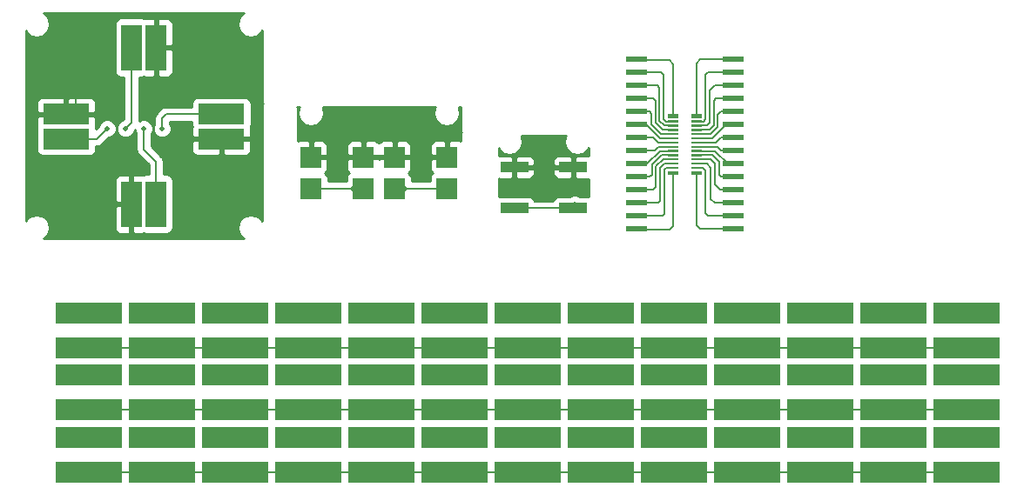
<source format=gbr>
G04 #@! TF.FileFunction,Copper,L1,Top,Signal*
%FSLAX46Y46*%
G04 Gerber Fmt 4.6, Leading zero omitted, Abs format (unit mm)*
G04 Created by KiCad (PCBNEW 4.0.5+dfsg1-4) date Thu Oct 18 11:42:42 2018*
%MOMM*%
%LPD*%
G01*
G04 APERTURE LIST*
%ADD10C,0.100000*%
%ADD11R,4.500000X2.000000*%
%ADD12R,2.000000X4.500000*%
%ADD13R,2.000000X2.000000*%
%ADD14R,2.750000X1.000000*%
%ADD15R,2.000000X0.600000*%
%ADD16R,6.500000X2.000000*%
%ADD17C,0.500000*%
%ADD18C,0.200000*%
%ADD19C,0.254000*%
G04 APERTURE END LIST*
D10*
D11*
X76136500Y-121151500D03*
X76136500Y-118751500D03*
X61023500Y-121151500D03*
X61023500Y-118751500D03*
D12*
X67380000Y-127508000D03*
X69780000Y-127508000D03*
X69780000Y-112268000D03*
X67380000Y-112268000D03*
D13*
X84836000Y-122936000D03*
X84836000Y-125984000D03*
X89916000Y-125984000D03*
X89916000Y-122936000D03*
X98044000Y-122936000D03*
X98044000Y-125984000D03*
X92964000Y-125984000D03*
X92964000Y-122936000D03*
D14*
X110345000Y-123902000D03*
X104595000Y-123902000D03*
X104595000Y-127902000D03*
X110345000Y-127902000D03*
D15*
X116458000Y-113411000D03*
X116458000Y-114681000D03*
X116458000Y-115951000D03*
X116458000Y-117221000D03*
X116458000Y-118491000D03*
X116458000Y-119761000D03*
X116458000Y-121031000D03*
X116458000Y-122301000D03*
X116458000Y-123571000D03*
X116458000Y-124841000D03*
X116458000Y-126111000D03*
X116458000Y-127381000D03*
X116458000Y-128651000D03*
X116458000Y-129921000D03*
X125858000Y-129921000D03*
X125858000Y-128651000D03*
X125858000Y-127381000D03*
X125858000Y-126111000D03*
X125858000Y-124841000D03*
X125858000Y-123571000D03*
X125858000Y-122301000D03*
X125858000Y-121031000D03*
X125858000Y-119761000D03*
X125858000Y-118491000D03*
X125858000Y-117221000D03*
X125858000Y-115951000D03*
X125858000Y-114681000D03*
X125858000Y-113411000D03*
D10*
G36*
X122801000Y-124680000D02*
X121801000Y-124680000D01*
X121801000Y-124280000D01*
X122801000Y-124280000D01*
X122801000Y-124680000D01*
X122801000Y-124680000D01*
G37*
G36*
X122801000Y-124070000D02*
X121801000Y-124070000D01*
X121801000Y-123870000D01*
X122801000Y-123870000D01*
X122801000Y-124070000D01*
X122801000Y-124070000D01*
G37*
G36*
X122801000Y-123660000D02*
X121801000Y-123660000D01*
X121801000Y-123460000D01*
X122801000Y-123460000D01*
X122801000Y-123660000D01*
X122801000Y-123660000D01*
G37*
G36*
X122801000Y-123250000D02*
X121801000Y-123250000D01*
X121801000Y-123050000D01*
X122801000Y-123050000D01*
X122801000Y-123250000D01*
X122801000Y-123250000D01*
G37*
G36*
X122801000Y-122840000D02*
X121801000Y-122840000D01*
X121801000Y-122640000D01*
X122801000Y-122640000D01*
X122801000Y-122840000D01*
X122801000Y-122840000D01*
G37*
G36*
X122801000Y-122430000D02*
X121801000Y-122430000D01*
X121801000Y-122230000D01*
X122801000Y-122230000D01*
X122801000Y-122430000D01*
X122801000Y-122430000D01*
G37*
G36*
X122801000Y-122020000D02*
X121801000Y-122020000D01*
X121801000Y-121820000D01*
X122801000Y-121820000D01*
X122801000Y-122020000D01*
X122801000Y-122020000D01*
G37*
G36*
X122801000Y-121610000D02*
X121801000Y-121610000D01*
X121801000Y-121410000D01*
X122801000Y-121410000D01*
X122801000Y-121610000D01*
X122801000Y-121610000D01*
G37*
G36*
X122801000Y-121200000D02*
X121801000Y-121200000D01*
X121801000Y-121000000D01*
X122801000Y-121000000D01*
X122801000Y-121200000D01*
X122801000Y-121200000D01*
G37*
G36*
X122801000Y-120790000D02*
X121801000Y-120790000D01*
X121801000Y-120590000D01*
X122801000Y-120590000D01*
X122801000Y-120790000D01*
X122801000Y-120790000D01*
G37*
G36*
X122801000Y-120380000D02*
X121801000Y-120380000D01*
X121801000Y-120180000D01*
X122801000Y-120180000D01*
X122801000Y-120380000D01*
X122801000Y-120380000D01*
G37*
G36*
X122801000Y-119970000D02*
X121801000Y-119970000D01*
X121801000Y-119770000D01*
X122801000Y-119770000D01*
X122801000Y-119970000D01*
X122801000Y-119970000D01*
G37*
G36*
X122801000Y-119560000D02*
X121801000Y-119560000D01*
X121801000Y-119360000D01*
X122801000Y-119360000D01*
X122801000Y-119560000D01*
X122801000Y-119560000D01*
G37*
G36*
X122801000Y-119150000D02*
X121801000Y-119150000D01*
X121801000Y-118750000D01*
X122801000Y-118750000D01*
X122801000Y-119150000D01*
X122801000Y-119150000D01*
G37*
G36*
X120515000Y-124680000D02*
X119515000Y-124680000D01*
X119515000Y-124280000D01*
X120515000Y-124280000D01*
X120515000Y-124680000D01*
X120515000Y-124680000D01*
G37*
G36*
X120515000Y-124070000D02*
X119515000Y-124070000D01*
X119515000Y-123870000D01*
X120515000Y-123870000D01*
X120515000Y-124070000D01*
X120515000Y-124070000D01*
G37*
G36*
X120515000Y-123660000D02*
X119515000Y-123660000D01*
X119515000Y-123460000D01*
X120515000Y-123460000D01*
X120515000Y-123660000D01*
X120515000Y-123660000D01*
G37*
G36*
X120515000Y-123250000D02*
X119515000Y-123250000D01*
X119515000Y-123050000D01*
X120515000Y-123050000D01*
X120515000Y-123250000D01*
X120515000Y-123250000D01*
G37*
G36*
X120515000Y-122840000D02*
X119515000Y-122840000D01*
X119515000Y-122640000D01*
X120515000Y-122640000D01*
X120515000Y-122840000D01*
X120515000Y-122840000D01*
G37*
G36*
X120515000Y-122430000D02*
X119515000Y-122430000D01*
X119515000Y-122230000D01*
X120515000Y-122230000D01*
X120515000Y-122430000D01*
X120515000Y-122430000D01*
G37*
G36*
X120515000Y-122020000D02*
X119515000Y-122020000D01*
X119515000Y-121820000D01*
X120515000Y-121820000D01*
X120515000Y-122020000D01*
X120515000Y-122020000D01*
G37*
G36*
X120515000Y-121610000D02*
X119515000Y-121610000D01*
X119515000Y-121410000D01*
X120515000Y-121410000D01*
X120515000Y-121610000D01*
X120515000Y-121610000D01*
G37*
G36*
X120515000Y-121200000D02*
X119515000Y-121200000D01*
X119515000Y-121000000D01*
X120515000Y-121000000D01*
X120515000Y-121200000D01*
X120515000Y-121200000D01*
G37*
G36*
X120515000Y-120790000D02*
X119515000Y-120790000D01*
X119515000Y-120590000D01*
X120515000Y-120590000D01*
X120515000Y-120790000D01*
X120515000Y-120790000D01*
G37*
G36*
X120515000Y-120380000D02*
X119515000Y-120380000D01*
X119515000Y-120180000D01*
X120515000Y-120180000D01*
X120515000Y-120380000D01*
X120515000Y-120380000D01*
G37*
G36*
X120515000Y-119970000D02*
X119515000Y-119970000D01*
X119515000Y-119770000D01*
X120515000Y-119770000D01*
X120515000Y-119970000D01*
X120515000Y-119970000D01*
G37*
G36*
X120515000Y-119560000D02*
X119515000Y-119560000D01*
X119515000Y-119360000D01*
X120515000Y-119360000D01*
X120515000Y-119560000D01*
X120515000Y-119560000D01*
G37*
G36*
X120515000Y-119150000D02*
X119515000Y-119150000D01*
X119515000Y-118750000D01*
X120515000Y-118750000D01*
X120515000Y-119150000D01*
X120515000Y-119150000D01*
G37*
D16*
X120142000Y-153582000D03*
X120142000Y-150222000D03*
X148590000Y-150222000D03*
X148590000Y-153582000D03*
X134366000Y-150222000D03*
X134366000Y-153582000D03*
X141478000Y-153582000D03*
X141478000Y-150222000D03*
X127254000Y-150222000D03*
X127254000Y-153582000D03*
X91694000Y-153582000D03*
X91694000Y-150222000D03*
X105918000Y-150222000D03*
X105918000Y-153582000D03*
X98806000Y-153582000D03*
X98806000Y-150222000D03*
X113030000Y-153582000D03*
X113030000Y-150222000D03*
X84582000Y-150222000D03*
X84582000Y-153582000D03*
X70358000Y-150222000D03*
X70358000Y-153582000D03*
X77470000Y-153582000D03*
X77470000Y-150222000D03*
X63246000Y-150222000D03*
X63246000Y-153582000D03*
X63246000Y-147486000D03*
X63246000Y-144126000D03*
X77470000Y-144126000D03*
X77470000Y-147486000D03*
X70358000Y-147486000D03*
X70358000Y-144126000D03*
X84582000Y-147486000D03*
X84582000Y-144126000D03*
X113030000Y-144126000D03*
X113030000Y-147486000D03*
X98806000Y-144126000D03*
X98806000Y-147486000D03*
X105918000Y-147486000D03*
X105918000Y-144126000D03*
X91694000Y-144126000D03*
X91694000Y-147486000D03*
X127254000Y-147486000D03*
X127254000Y-144126000D03*
X141478000Y-144126000D03*
X141478000Y-147486000D03*
X134366000Y-147486000D03*
X134366000Y-144126000D03*
X148590000Y-147486000D03*
X148590000Y-144126000D03*
X120142000Y-144126000D03*
X120142000Y-147486000D03*
X120142000Y-141517000D03*
X120142000Y-138157000D03*
X148590000Y-138157000D03*
X148590000Y-141517000D03*
X134366000Y-138157000D03*
X134366000Y-141517000D03*
X141478000Y-141517000D03*
X141478000Y-138157000D03*
X127254000Y-138157000D03*
X127254000Y-141517000D03*
X91694000Y-141517000D03*
X91694000Y-138157000D03*
X105918000Y-138157000D03*
X105918000Y-141517000D03*
X98806000Y-141517000D03*
X98806000Y-138157000D03*
X113030000Y-141517000D03*
X113030000Y-138157000D03*
X84582000Y-138157000D03*
X84582000Y-141517000D03*
X70358000Y-138157000D03*
X70358000Y-141517000D03*
X77470000Y-141517000D03*
X77470000Y-138157000D03*
X63246000Y-138157000D03*
X63246000Y-141517000D03*
D17*
X65024000Y-120142000D03*
X68580000Y-120142000D03*
X66802000Y-120142000D03*
X70358000Y-120142000D03*
X72136000Y-120142000D03*
X91440000Y-122936000D03*
X88900000Y-125984000D03*
X93980000Y-125984000D03*
X104648000Y-124206000D03*
X110490000Y-127508000D03*
X116458000Y-113411000D03*
X116458000Y-114681000D03*
X116458000Y-115951000D03*
X116458000Y-117221000D03*
X116458000Y-118491000D03*
X116458000Y-119761000D03*
X116458000Y-121031000D03*
X116458000Y-122301000D03*
X116458000Y-123571000D03*
X116458000Y-124841000D03*
X116458000Y-126111000D03*
X116458000Y-127381000D03*
X116458000Y-128651000D03*
X116458000Y-129921000D03*
X125858000Y-129921000D03*
X125858000Y-128651000D03*
X125858000Y-127381000D03*
X125858000Y-126111000D03*
X125858000Y-124841000D03*
X125858000Y-123571000D03*
X125858000Y-122301000D03*
X125858000Y-121031000D03*
X125858000Y-119761000D03*
X125858000Y-118491000D03*
X125858000Y-117221000D03*
X125858000Y-115951000D03*
X125858000Y-114681000D03*
X125858000Y-113411000D03*
X63246000Y-153582000D03*
X120142000Y-138157000D03*
X120142000Y-150222000D03*
X120142000Y-144272000D03*
X120142000Y-144126000D03*
X120142000Y-138176000D03*
X148590000Y-138157000D03*
X148590000Y-150222000D03*
X148590000Y-144272000D03*
X148590000Y-144126000D03*
X148590000Y-138176000D03*
X134366000Y-150222000D03*
X134366000Y-144272000D03*
X134366000Y-144126000D03*
X134366000Y-138176000D03*
X134366000Y-138157000D03*
X141478000Y-138157000D03*
X141478000Y-150222000D03*
X141478000Y-144272000D03*
X141478000Y-144126000D03*
X141478000Y-138176000D03*
X127254000Y-138157000D03*
X127254000Y-150222000D03*
X127254000Y-144272000D03*
X127254000Y-144126000D03*
X127254000Y-138176000D03*
X91694000Y-138157000D03*
X91694000Y-150222000D03*
X91694000Y-144272000D03*
X91694000Y-144126000D03*
X91694000Y-138176000D03*
X105918000Y-138157000D03*
X105918000Y-150222000D03*
X105918000Y-144272000D03*
X105918000Y-144126000D03*
X105918000Y-138176000D03*
X98806000Y-138157000D03*
X98806000Y-150222000D03*
X98806000Y-144272000D03*
X98806000Y-144126000D03*
X98806000Y-138176000D03*
X113030000Y-138157000D03*
X113030000Y-150222000D03*
X113030000Y-144272000D03*
X113030000Y-144126000D03*
X113030000Y-138176000D03*
X84582000Y-138157000D03*
X84582000Y-150222000D03*
X84582000Y-144272000D03*
X84582000Y-144126000D03*
X84582000Y-138176000D03*
X70358000Y-138157000D03*
X70358000Y-150222000D03*
X70358000Y-144272000D03*
X70358000Y-144126000D03*
X70358000Y-138176000D03*
X77470000Y-138157000D03*
X77470000Y-150222000D03*
X77470000Y-144272000D03*
X77470000Y-144126000D03*
X77470000Y-138176000D03*
X63246000Y-138157000D03*
X63246000Y-150222000D03*
X63246000Y-144272000D03*
X63246000Y-144126000D03*
X63246000Y-138176000D03*
D18*
X61023500Y-121151500D02*
X64014500Y-121151500D01*
X64014500Y-121151500D02*
X65024000Y-120142000D01*
X69780000Y-127508000D02*
X69780000Y-123374000D01*
X68580000Y-122174000D02*
X68580000Y-120142000D01*
X69780000Y-123374000D02*
X68580000Y-122174000D01*
X67380000Y-112268000D02*
X67380000Y-119564000D01*
X67380000Y-119564000D02*
X66802000Y-120142000D01*
X76136500Y-118751500D02*
X70732500Y-118751500D01*
X70358000Y-119126000D02*
X70358000Y-120142000D01*
X70732500Y-118751500D02*
X70358000Y-119126000D01*
X67380000Y-127508000D02*
X59182000Y-127508000D01*
X57537500Y-118751500D02*
X61023500Y-118751500D01*
X57404000Y-118618000D02*
X57537500Y-118751500D01*
X57404000Y-125730000D02*
X57404000Y-118618000D01*
X59182000Y-127508000D02*
X57404000Y-125730000D01*
X61023500Y-118751500D02*
X61976000Y-117799000D01*
X61976000Y-117799000D02*
X61976000Y-110236000D01*
X61976000Y-110236000D02*
X63246000Y-108966000D01*
X63246000Y-108966000D02*
X69596000Y-108966000D01*
X69596000Y-108966000D02*
X69780000Y-109150000D01*
X69780000Y-109150000D02*
X69780000Y-112268000D01*
X76136500Y-121151500D02*
X76136500Y-130365500D01*
X67380000Y-130372000D02*
X67380000Y-127508000D01*
X67818000Y-130810000D02*
X67380000Y-130372000D01*
X75692000Y-130810000D02*
X67818000Y-130810000D01*
X76136500Y-130365500D02*
X75692000Y-130810000D01*
X76136500Y-121151500D02*
X73145500Y-121151500D01*
X73145500Y-121151500D02*
X72136000Y-120142000D01*
X84836000Y-122936000D02*
X89916000Y-122936000D01*
X89916000Y-122936000D02*
X91440000Y-122936000D01*
X91440000Y-122936000D02*
X92964000Y-122936000D01*
X92964000Y-122936000D02*
X98044000Y-122936000D01*
X84836000Y-125984000D02*
X88900000Y-125984000D01*
X88900000Y-125984000D02*
X89916000Y-125984000D01*
X89916000Y-125984000D02*
X89662000Y-126238000D01*
X92964000Y-125984000D02*
X93980000Y-125984000D01*
X93980000Y-125984000D02*
X98044000Y-125984000D01*
X93218000Y-126238000D02*
X93472000Y-125984000D01*
X104648000Y-124206000D02*
X104595000Y-124153000D01*
X104595000Y-124153000D02*
X104595000Y-123902000D01*
X104595000Y-123902000D02*
X110345000Y-123902000D01*
X110490000Y-127508000D02*
X110345000Y-127653000D01*
X110345000Y-127653000D02*
X110345000Y-127902000D01*
X104595000Y-127902000D02*
X110345000Y-127902000D01*
X120046750Y-113887250D02*
X119665750Y-113506250D01*
X120046750Y-118947250D02*
X120046750Y-113887250D01*
X119665750Y-113506250D02*
X116489750Y-113506250D01*
X120015000Y-119460000D02*
X119383752Y-119460000D01*
X119383752Y-119460000D02*
X119126000Y-119202248D01*
X119126000Y-119202248D02*
X119126000Y-114935000D01*
X119126000Y-114935000D02*
X118872000Y-114681000D01*
X118872000Y-114681000D02*
X116458000Y-114681000D01*
X120015000Y-119870000D02*
X119203250Y-119870000D01*
X119203250Y-119870000D02*
X118725998Y-119392748D01*
X118725998Y-119392748D02*
X118725998Y-116185998D01*
X118725998Y-116185998D02*
X118491000Y-115951000D01*
X118491000Y-115951000D02*
X116458000Y-115951000D01*
X120015000Y-120280000D02*
X119047562Y-120280000D01*
X119047562Y-120280000D02*
X118325996Y-119558434D01*
X118325996Y-119558434D02*
X118325996Y-117436996D01*
X118325996Y-117436996D02*
X118110000Y-117221000D01*
X118110000Y-117221000D02*
X116458000Y-117221000D01*
X120015000Y-120690000D02*
X118891874Y-120690000D01*
X118891874Y-120690000D02*
X117925994Y-119724120D01*
X117925994Y-119724120D02*
X117925994Y-118687994D01*
X117925994Y-118687994D02*
X117729000Y-118491000D01*
X117729000Y-118491000D02*
X116458000Y-118491000D01*
X120015000Y-121100000D02*
X118736186Y-121100000D01*
X118736186Y-121100000D02*
X117397186Y-119761000D01*
X117397186Y-119761000D02*
X116458000Y-119761000D01*
X116998750Y-119856250D02*
X116489750Y-119856250D01*
X120015000Y-121510000D02*
X118580498Y-121510000D01*
X118580498Y-121510000D02*
X118101498Y-121031000D01*
X118101498Y-121031000D02*
X116458000Y-121031000D01*
X120015000Y-121920000D02*
X118615310Y-121920000D01*
X118234310Y-122301000D02*
X116458000Y-122301000D01*
X118615310Y-121920000D02*
X118234310Y-122301000D01*
X120015000Y-122330000D02*
X118770998Y-122330000D01*
X117529998Y-123571000D02*
X116458000Y-123571000D01*
X117125750Y-123666250D02*
X116489750Y-123666250D01*
X118770998Y-122330000D02*
X117529998Y-123571000D01*
X120015000Y-122740000D02*
X118926686Y-122740000D01*
X118926686Y-122740000D02*
X117989494Y-123677192D01*
X117792500Y-124841000D02*
X116458000Y-124841000D01*
X117989494Y-124644006D02*
X117792500Y-124841000D01*
X117989494Y-123677192D02*
X117989494Y-124644006D01*
X120015000Y-123150000D02*
X119082374Y-123150000D01*
X119082374Y-123150000D02*
X118389496Y-123842878D01*
X118110000Y-126111000D02*
X116458000Y-126111000D01*
X118389496Y-125831504D02*
X118110000Y-126111000D01*
X118389496Y-123842878D02*
X118389496Y-125831504D01*
X120015000Y-123560000D02*
X119238062Y-123560000D01*
X119238062Y-123560000D02*
X118789498Y-124008564D01*
X118618000Y-127381000D02*
X116458000Y-127381000D01*
X118789498Y-127209502D02*
X118618000Y-127381000D01*
X118789498Y-124008564D02*
X118789498Y-127209502D01*
X120015000Y-123970000D02*
X119393750Y-123970000D01*
X119393750Y-123970000D02*
X119189500Y-124174250D01*
X118999000Y-128651000D02*
X116458000Y-128651000D01*
X119189500Y-128460500D02*
X118999000Y-128651000D01*
X119189500Y-124174250D02*
X119189500Y-128460500D01*
X120046750Y-124477250D02*
X120046750Y-129635250D01*
X119665750Y-130016250D02*
X116489750Y-130016250D01*
X120046750Y-129635250D02*
X119665750Y-130016250D01*
X122682000Y-129921000D02*
X125858000Y-129921000D01*
X122301000Y-124480000D02*
X122301000Y-129540000D01*
X122301000Y-129540000D02*
X122682000Y-129921000D01*
X123444000Y-128651000D02*
X125858000Y-128651000D01*
X123190000Y-128397000D02*
X123444000Y-128651000D01*
X122301000Y-123970000D02*
X122954000Y-123970000D01*
X122954000Y-123970000D02*
X123190000Y-124206000D01*
X123190000Y-124206000D02*
X123190000Y-128397000D01*
X124079000Y-127381000D02*
X125858000Y-127381000D01*
X123698000Y-127000000D02*
X124079000Y-127381000D01*
X122301000Y-123560000D02*
X123306000Y-123560000D01*
X123306000Y-123560000D02*
X123698000Y-123952000D01*
X123698000Y-123952000D02*
X123698000Y-127000000D01*
X124587000Y-126111000D02*
X125858000Y-126111000D01*
X124098002Y-125622002D02*
X124587000Y-126111000D01*
X122301000Y-123150000D02*
X123658000Y-123150000D01*
X123658000Y-123150000D02*
X124098002Y-123590002D01*
X124098002Y-123590002D02*
X124098002Y-125622002D01*
X124714000Y-124841000D02*
X125858000Y-124841000D01*
X124498004Y-124625004D02*
X124714000Y-124841000D01*
X122301000Y-122740000D02*
X123883000Y-122740000D01*
X123883000Y-122740000D02*
X124498004Y-123355004D01*
X124498004Y-123355004D02*
X124498004Y-124625004D01*
X124108000Y-122330000D02*
X125349000Y-123571000D01*
X125349000Y-123571000D02*
X125858000Y-123571000D01*
X122301000Y-122330000D02*
X124108000Y-122330000D01*
X124714000Y-122301000D02*
X125858000Y-122301000D01*
X122301000Y-121920000D02*
X124333000Y-121920000D01*
X124333000Y-121920000D02*
X124714000Y-122301000D01*
X124714000Y-121031000D02*
X125858000Y-121031000D01*
X124235000Y-121510000D02*
X124714000Y-121031000D01*
X122301000Y-121510000D02*
X124235000Y-121510000D01*
X123883000Y-121100000D02*
X125222000Y-119761000D01*
X125222000Y-119761000D02*
X125858000Y-119761000D01*
X122301000Y-121100000D02*
X123883000Y-121100000D01*
X124714000Y-118491000D02*
X125858000Y-118491000D01*
X124390006Y-118814994D02*
X124714000Y-118491000D01*
X124390006Y-120015682D02*
X124390006Y-118814994D01*
X123715688Y-120690000D02*
X124390006Y-120015682D01*
X122301000Y-120690000D02*
X123715688Y-120690000D01*
X124206000Y-117221000D02*
X125858000Y-117221000D01*
X123990004Y-117436996D02*
X124206000Y-117221000D01*
X123990004Y-119849996D02*
X123990004Y-117436996D01*
X123560000Y-120280000D02*
X123990004Y-119849996D01*
X122301000Y-120280000D02*
X123560000Y-120280000D01*
X124079000Y-115951000D02*
X125858000Y-115951000D01*
X123590002Y-116439998D02*
X124079000Y-115951000D01*
X123590002Y-119614998D02*
X123590002Y-116439998D01*
X123335000Y-119870000D02*
X123590002Y-119614998D01*
X122301000Y-119870000D02*
X123335000Y-119870000D01*
X123444000Y-114681000D02*
X125858000Y-114681000D01*
X123190000Y-114935000D02*
X123444000Y-114681000D01*
X123190000Y-119253000D02*
X123190000Y-114935000D01*
X122983000Y-119460000D02*
X123190000Y-119253000D01*
X122301000Y-119460000D02*
X122983000Y-119460000D01*
X122682000Y-113411000D02*
X125858000Y-113411000D01*
X122301000Y-113792000D02*
X122682000Y-113411000D01*
X122301000Y-118950000D02*
X122301000Y-113792000D01*
X63246000Y-153582000D02*
X70358000Y-153582000D01*
X70358000Y-153582000D02*
X77470000Y-153582000D01*
X77470000Y-153582000D02*
X84582000Y-153582000D01*
X84582000Y-153582000D02*
X91694000Y-153582000D01*
X91694000Y-153582000D02*
X98806000Y-153582000D01*
X98806000Y-153582000D02*
X105918000Y-153582000D01*
X105918000Y-153582000D02*
X113030000Y-153582000D01*
X113030000Y-153582000D02*
X120142000Y-153582000D01*
X120142000Y-153582000D02*
X127254000Y-153582000D01*
X127254000Y-153582000D02*
X134366000Y-153582000D01*
X134366000Y-153582000D02*
X141478000Y-153582000D01*
X141478000Y-153582000D02*
X148590000Y-153582000D01*
X120142000Y-144126000D02*
X120142000Y-144272000D01*
X120142000Y-138176000D02*
X120142000Y-138157000D01*
X148590000Y-144126000D02*
X148590000Y-144272000D01*
X148590000Y-138176000D02*
X148590000Y-138157000D01*
X134366000Y-144126000D02*
X134366000Y-144272000D01*
X134366000Y-138176000D02*
X134366000Y-138157000D01*
X141478000Y-144126000D02*
X141478000Y-144272000D01*
X141478000Y-138176000D02*
X141478000Y-138157000D01*
X127254000Y-144126000D02*
X127254000Y-144272000D01*
X127254000Y-138176000D02*
X127254000Y-138157000D01*
X91694000Y-144126000D02*
X91694000Y-144272000D01*
X91694000Y-138176000D02*
X91694000Y-138157000D01*
X105918000Y-144126000D02*
X105918000Y-144272000D01*
X105918000Y-138176000D02*
X105918000Y-138157000D01*
X98806000Y-144126000D02*
X98806000Y-144272000D01*
X98806000Y-138176000D02*
X98806000Y-138157000D01*
X113030000Y-144126000D02*
X113030000Y-144272000D01*
X113030000Y-138176000D02*
X113030000Y-138157000D01*
X84582000Y-144126000D02*
X84582000Y-144272000D01*
X84582000Y-138176000D02*
X84582000Y-138157000D01*
X70358000Y-144126000D02*
X70358000Y-144272000D01*
X70358000Y-138176000D02*
X70358000Y-138157000D01*
X77470000Y-144126000D02*
X77470000Y-144272000D01*
X77470000Y-138176000D02*
X77470000Y-138157000D01*
X63246000Y-144126000D02*
X63246000Y-144272000D01*
X63246000Y-138176000D02*
X63246000Y-138157000D01*
X148590000Y-147486000D02*
X141478000Y-147486000D01*
X141478000Y-147486000D02*
X134366000Y-147486000D01*
X134366000Y-147486000D02*
X127254000Y-147486000D01*
X127254000Y-147486000D02*
X120142000Y-147486000D01*
X120142000Y-147486000D02*
X113030000Y-147486000D01*
X113030000Y-147486000D02*
X105918000Y-147486000D01*
X105918000Y-147486000D02*
X98806000Y-147486000D01*
X98806000Y-147486000D02*
X91694000Y-147486000D01*
X91694000Y-147486000D02*
X84582000Y-147486000D01*
X84582000Y-147486000D02*
X77470000Y-147486000D01*
X77470000Y-147486000D02*
X70358000Y-147486000D01*
X70358000Y-147486000D02*
X63246000Y-147486000D01*
X63246000Y-141517000D02*
X70358000Y-141517000D01*
X70358000Y-141517000D02*
X77470000Y-141517000D01*
X77470000Y-141517000D02*
X84582000Y-141517000D01*
X84582000Y-141517000D02*
X91694000Y-141517000D01*
X91694000Y-141517000D02*
X98806000Y-141517000D01*
X98806000Y-141517000D02*
X105918000Y-141517000D01*
X105918000Y-141517000D02*
X113030000Y-141517000D01*
X113030000Y-141517000D02*
X120142000Y-141517000D01*
X120142000Y-141517000D02*
X127254000Y-141517000D01*
X127254000Y-141517000D02*
X134366000Y-141517000D01*
X134366000Y-141517000D02*
X141478000Y-141517000D01*
X141478000Y-141517000D02*
X148590000Y-141517000D01*
D19*
G36*
X83655318Y-118128945D02*
X83558039Y-118618000D01*
X83655318Y-119107055D01*
X83932345Y-119521655D01*
X84346945Y-119798682D01*
X84836000Y-119895961D01*
X85325055Y-119798682D01*
X85739655Y-119521655D01*
X86016682Y-119107055D01*
X86113961Y-118618000D01*
X86016682Y-118128945D01*
X85969278Y-118058000D01*
X96910722Y-118058000D01*
X96863318Y-118128945D01*
X96766039Y-118618000D01*
X96863318Y-119107055D01*
X97140345Y-119521655D01*
X97554945Y-119798682D01*
X98044000Y-119895961D01*
X98533055Y-119798682D01*
X98947655Y-119521655D01*
X99224682Y-119107055D01*
X99321961Y-118618000D01*
X99224682Y-118128945D01*
X99177278Y-118058000D01*
X99366000Y-118058000D01*
X99366000Y-120142000D01*
X99420046Y-120413705D01*
X99493074Y-120523000D01*
X99420046Y-120632295D01*
X99366000Y-120904000D01*
X99366000Y-121382058D01*
X99170309Y-121301000D01*
X98329750Y-121301000D01*
X98171000Y-121459750D01*
X98171000Y-122809000D01*
X98191000Y-122809000D01*
X98191000Y-123063000D01*
X98171000Y-123063000D01*
X98171000Y-123083000D01*
X97917000Y-123083000D01*
X97917000Y-123063000D01*
X96567750Y-123063000D01*
X96409000Y-123221750D01*
X96409000Y-124062310D01*
X96505673Y-124295699D01*
X96676117Y-124466142D01*
X96592559Y-124519910D01*
X96447569Y-124732110D01*
X96396560Y-124984000D01*
X96396560Y-125249000D01*
X94611440Y-125249000D01*
X94611440Y-124984000D01*
X94567162Y-124748683D01*
X94428090Y-124532559D01*
X94331478Y-124466547D01*
X94502327Y-124295699D01*
X94599000Y-124062310D01*
X94599000Y-123221750D01*
X94440250Y-123063000D01*
X93091000Y-123063000D01*
X93091000Y-123083000D01*
X92837000Y-123083000D01*
X92837000Y-123063000D01*
X91487750Y-123063000D01*
X91440000Y-123110750D01*
X91392250Y-123063000D01*
X90043000Y-123063000D01*
X90043000Y-123083000D01*
X89789000Y-123083000D01*
X89789000Y-123063000D01*
X88439750Y-123063000D01*
X88281000Y-123221750D01*
X88281000Y-124062310D01*
X88377673Y-124295699D01*
X88548117Y-124466142D01*
X88464559Y-124519910D01*
X88319569Y-124732110D01*
X88268560Y-124984000D01*
X88268560Y-125249000D01*
X86483440Y-125249000D01*
X86483440Y-124984000D01*
X86439162Y-124748683D01*
X86300090Y-124532559D01*
X86203478Y-124466547D01*
X86374327Y-124295699D01*
X86471000Y-124062310D01*
X86471000Y-123221750D01*
X86312250Y-123063000D01*
X84963000Y-123063000D01*
X84963000Y-123083000D01*
X84709000Y-123083000D01*
X84709000Y-123063000D01*
X84689000Y-123063000D01*
X84689000Y-122809000D01*
X84709000Y-122809000D01*
X84709000Y-121459750D01*
X84963000Y-121459750D01*
X84963000Y-122809000D01*
X86312250Y-122809000D01*
X86471000Y-122650250D01*
X86471000Y-121809690D01*
X88281000Y-121809690D01*
X88281000Y-122650250D01*
X88439750Y-122809000D01*
X89789000Y-122809000D01*
X89789000Y-121459750D01*
X90043000Y-121459750D01*
X90043000Y-122809000D01*
X91392250Y-122809000D01*
X91440000Y-122761250D01*
X91487750Y-122809000D01*
X92837000Y-122809000D01*
X92837000Y-121459750D01*
X93091000Y-121459750D01*
X93091000Y-122809000D01*
X94440250Y-122809000D01*
X94599000Y-122650250D01*
X94599000Y-121809690D01*
X96409000Y-121809690D01*
X96409000Y-122650250D01*
X96567750Y-122809000D01*
X97917000Y-122809000D01*
X97917000Y-121459750D01*
X97758250Y-121301000D01*
X96917691Y-121301000D01*
X96684302Y-121397673D01*
X96505673Y-121576301D01*
X96409000Y-121809690D01*
X94599000Y-121809690D01*
X94502327Y-121576301D01*
X94323698Y-121397673D01*
X94090309Y-121301000D01*
X93249750Y-121301000D01*
X93091000Y-121459750D01*
X92837000Y-121459750D01*
X92678250Y-121301000D01*
X91837691Y-121301000D01*
X91604302Y-121397673D01*
X91440000Y-121561974D01*
X91275698Y-121397673D01*
X91042309Y-121301000D01*
X90201750Y-121301000D01*
X90043000Y-121459750D01*
X89789000Y-121459750D01*
X89630250Y-121301000D01*
X88789691Y-121301000D01*
X88556302Y-121397673D01*
X88377673Y-121576301D01*
X88281000Y-121809690D01*
X86471000Y-121809690D01*
X86374327Y-121576301D01*
X86195698Y-121397673D01*
X85962309Y-121301000D01*
X85121750Y-121301000D01*
X84963000Y-121459750D01*
X84709000Y-121459750D01*
X84550250Y-121301000D01*
X83709691Y-121301000D01*
X83514000Y-121382058D01*
X83514000Y-118110000D01*
X83503656Y-118058000D01*
X83702722Y-118058000D01*
X83655318Y-118128945D01*
X83655318Y-118128945D01*
G37*
X83655318Y-118128945D02*
X83558039Y-118618000D01*
X83655318Y-119107055D01*
X83932345Y-119521655D01*
X84346945Y-119798682D01*
X84836000Y-119895961D01*
X85325055Y-119798682D01*
X85739655Y-119521655D01*
X86016682Y-119107055D01*
X86113961Y-118618000D01*
X86016682Y-118128945D01*
X85969278Y-118058000D01*
X96910722Y-118058000D01*
X96863318Y-118128945D01*
X96766039Y-118618000D01*
X96863318Y-119107055D01*
X97140345Y-119521655D01*
X97554945Y-119798682D01*
X98044000Y-119895961D01*
X98533055Y-119798682D01*
X98947655Y-119521655D01*
X99224682Y-119107055D01*
X99321961Y-118618000D01*
X99224682Y-118128945D01*
X99177278Y-118058000D01*
X99366000Y-118058000D01*
X99366000Y-120142000D01*
X99420046Y-120413705D01*
X99493074Y-120523000D01*
X99420046Y-120632295D01*
X99366000Y-120904000D01*
X99366000Y-121382058D01*
X99170309Y-121301000D01*
X98329750Y-121301000D01*
X98171000Y-121459750D01*
X98171000Y-122809000D01*
X98191000Y-122809000D01*
X98191000Y-123063000D01*
X98171000Y-123063000D01*
X98171000Y-123083000D01*
X97917000Y-123083000D01*
X97917000Y-123063000D01*
X96567750Y-123063000D01*
X96409000Y-123221750D01*
X96409000Y-124062310D01*
X96505673Y-124295699D01*
X96676117Y-124466142D01*
X96592559Y-124519910D01*
X96447569Y-124732110D01*
X96396560Y-124984000D01*
X96396560Y-125249000D01*
X94611440Y-125249000D01*
X94611440Y-124984000D01*
X94567162Y-124748683D01*
X94428090Y-124532559D01*
X94331478Y-124466547D01*
X94502327Y-124295699D01*
X94599000Y-124062310D01*
X94599000Y-123221750D01*
X94440250Y-123063000D01*
X93091000Y-123063000D01*
X93091000Y-123083000D01*
X92837000Y-123083000D01*
X92837000Y-123063000D01*
X91487750Y-123063000D01*
X91440000Y-123110750D01*
X91392250Y-123063000D01*
X90043000Y-123063000D01*
X90043000Y-123083000D01*
X89789000Y-123083000D01*
X89789000Y-123063000D01*
X88439750Y-123063000D01*
X88281000Y-123221750D01*
X88281000Y-124062310D01*
X88377673Y-124295699D01*
X88548117Y-124466142D01*
X88464559Y-124519910D01*
X88319569Y-124732110D01*
X88268560Y-124984000D01*
X88268560Y-125249000D01*
X86483440Y-125249000D01*
X86483440Y-124984000D01*
X86439162Y-124748683D01*
X86300090Y-124532559D01*
X86203478Y-124466547D01*
X86374327Y-124295699D01*
X86471000Y-124062310D01*
X86471000Y-123221750D01*
X86312250Y-123063000D01*
X84963000Y-123063000D01*
X84963000Y-123083000D01*
X84709000Y-123083000D01*
X84709000Y-123063000D01*
X84689000Y-123063000D01*
X84689000Y-122809000D01*
X84709000Y-122809000D01*
X84709000Y-121459750D01*
X84963000Y-121459750D01*
X84963000Y-122809000D01*
X86312250Y-122809000D01*
X86471000Y-122650250D01*
X86471000Y-121809690D01*
X88281000Y-121809690D01*
X88281000Y-122650250D01*
X88439750Y-122809000D01*
X89789000Y-122809000D01*
X89789000Y-121459750D01*
X90043000Y-121459750D01*
X90043000Y-122809000D01*
X91392250Y-122809000D01*
X91440000Y-122761250D01*
X91487750Y-122809000D01*
X92837000Y-122809000D01*
X92837000Y-121459750D01*
X93091000Y-121459750D01*
X93091000Y-122809000D01*
X94440250Y-122809000D01*
X94599000Y-122650250D01*
X94599000Y-121809690D01*
X96409000Y-121809690D01*
X96409000Y-122650250D01*
X96567750Y-122809000D01*
X97917000Y-122809000D01*
X97917000Y-121459750D01*
X97758250Y-121301000D01*
X96917691Y-121301000D01*
X96684302Y-121397673D01*
X96505673Y-121576301D01*
X96409000Y-121809690D01*
X94599000Y-121809690D01*
X94502327Y-121576301D01*
X94323698Y-121397673D01*
X94090309Y-121301000D01*
X93249750Y-121301000D01*
X93091000Y-121459750D01*
X92837000Y-121459750D01*
X92678250Y-121301000D01*
X91837691Y-121301000D01*
X91604302Y-121397673D01*
X91440000Y-121561974D01*
X91275698Y-121397673D01*
X91042309Y-121301000D01*
X90201750Y-121301000D01*
X90043000Y-121459750D01*
X89789000Y-121459750D01*
X89630250Y-121301000D01*
X88789691Y-121301000D01*
X88556302Y-121397673D01*
X88377673Y-121576301D01*
X88281000Y-121809690D01*
X86471000Y-121809690D01*
X86374327Y-121576301D01*
X86195698Y-121397673D01*
X85962309Y-121301000D01*
X85121750Y-121301000D01*
X84963000Y-121459750D01*
X84709000Y-121459750D01*
X84550250Y-121301000D01*
X83709691Y-121301000D01*
X83514000Y-121382058D01*
X83514000Y-118110000D01*
X83503656Y-118058000D01*
X83702722Y-118058000D01*
X83655318Y-118128945D01*
G36*
X109563318Y-120922945D02*
X109466039Y-121412000D01*
X109563318Y-121901055D01*
X109840345Y-122315655D01*
X110254945Y-122592682D01*
X110744000Y-122689961D01*
X111233055Y-122592682D01*
X111647655Y-122315655D01*
X111812000Y-122069695D01*
X111812000Y-122767000D01*
X110630750Y-122767000D01*
X110472000Y-122925750D01*
X110472000Y-123775000D01*
X110492000Y-123775000D01*
X110492000Y-124029000D01*
X110472000Y-124029000D01*
X110472000Y-124878250D01*
X110630750Y-125037000D01*
X111812000Y-125037000D01*
X111812000Y-126773190D01*
X111720000Y-126754560D01*
X110983271Y-126754560D01*
X110666810Y-126623154D01*
X110314735Y-126622847D01*
X109995965Y-126754560D01*
X108970000Y-126754560D01*
X108734683Y-126798838D01*
X108518559Y-126937910D01*
X108373569Y-127150110D01*
X108370149Y-127167000D01*
X106573222Y-127167000D01*
X106573162Y-127166683D01*
X106434090Y-126950559D01*
X106221890Y-126805569D01*
X105970000Y-126754560D01*
X103220000Y-126754560D01*
X103072000Y-126782408D01*
X103072000Y-125028015D01*
X103093691Y-125037000D01*
X104309250Y-125037000D01*
X104468000Y-124878250D01*
X104468000Y-124029000D01*
X104722000Y-124029000D01*
X104722000Y-124878250D01*
X104880750Y-125037000D01*
X106096309Y-125037000D01*
X106329698Y-124940327D01*
X106508327Y-124761699D01*
X106605000Y-124528310D01*
X106605000Y-124187750D01*
X108335000Y-124187750D01*
X108335000Y-124528310D01*
X108431673Y-124761699D01*
X108610302Y-124940327D01*
X108843691Y-125037000D01*
X110059250Y-125037000D01*
X110218000Y-124878250D01*
X110218000Y-124029000D01*
X108493750Y-124029000D01*
X108335000Y-124187750D01*
X106605000Y-124187750D01*
X106446250Y-124029000D01*
X104722000Y-124029000D01*
X104468000Y-124029000D01*
X104448000Y-124029000D01*
X104448000Y-123775000D01*
X104468000Y-123775000D01*
X104468000Y-122925750D01*
X104722000Y-122925750D01*
X104722000Y-123775000D01*
X106446250Y-123775000D01*
X106605000Y-123616250D01*
X106605000Y-123275690D01*
X108335000Y-123275690D01*
X108335000Y-123616250D01*
X108493750Y-123775000D01*
X110218000Y-123775000D01*
X110218000Y-122925750D01*
X110059250Y-122767000D01*
X108843691Y-122767000D01*
X108610302Y-122863673D01*
X108431673Y-123042301D01*
X108335000Y-123275690D01*
X106605000Y-123275690D01*
X106508327Y-123042301D01*
X106329698Y-122863673D01*
X106096309Y-122767000D01*
X104880750Y-122767000D01*
X104722000Y-122925750D01*
X104468000Y-122925750D01*
X104309250Y-122767000D01*
X103093691Y-122767000D01*
X103072000Y-122775985D01*
X103072000Y-122069695D01*
X103236345Y-122315655D01*
X103650945Y-122592682D01*
X104140000Y-122689961D01*
X104629055Y-122592682D01*
X105043655Y-122315655D01*
X105320682Y-121901055D01*
X105417961Y-121412000D01*
X105320682Y-120922945D01*
X105273278Y-120852000D01*
X109610722Y-120852000D01*
X109563318Y-120922945D01*
X109563318Y-120922945D01*
G37*
X109563318Y-120922945D02*
X109466039Y-121412000D01*
X109563318Y-121901055D01*
X109840345Y-122315655D01*
X110254945Y-122592682D01*
X110744000Y-122689961D01*
X111233055Y-122592682D01*
X111647655Y-122315655D01*
X111812000Y-122069695D01*
X111812000Y-122767000D01*
X110630750Y-122767000D01*
X110472000Y-122925750D01*
X110472000Y-123775000D01*
X110492000Y-123775000D01*
X110492000Y-124029000D01*
X110472000Y-124029000D01*
X110472000Y-124878250D01*
X110630750Y-125037000D01*
X111812000Y-125037000D01*
X111812000Y-126773190D01*
X111720000Y-126754560D01*
X110983271Y-126754560D01*
X110666810Y-126623154D01*
X110314735Y-126622847D01*
X109995965Y-126754560D01*
X108970000Y-126754560D01*
X108734683Y-126798838D01*
X108518559Y-126937910D01*
X108373569Y-127150110D01*
X108370149Y-127167000D01*
X106573222Y-127167000D01*
X106573162Y-127166683D01*
X106434090Y-126950559D01*
X106221890Y-126805569D01*
X105970000Y-126754560D01*
X103220000Y-126754560D01*
X103072000Y-126782408D01*
X103072000Y-125028015D01*
X103093691Y-125037000D01*
X104309250Y-125037000D01*
X104468000Y-124878250D01*
X104468000Y-124029000D01*
X104722000Y-124029000D01*
X104722000Y-124878250D01*
X104880750Y-125037000D01*
X106096309Y-125037000D01*
X106329698Y-124940327D01*
X106508327Y-124761699D01*
X106605000Y-124528310D01*
X106605000Y-124187750D01*
X108335000Y-124187750D01*
X108335000Y-124528310D01*
X108431673Y-124761699D01*
X108610302Y-124940327D01*
X108843691Y-125037000D01*
X110059250Y-125037000D01*
X110218000Y-124878250D01*
X110218000Y-124029000D01*
X108493750Y-124029000D01*
X108335000Y-124187750D01*
X106605000Y-124187750D01*
X106446250Y-124029000D01*
X104722000Y-124029000D01*
X104468000Y-124029000D01*
X104448000Y-124029000D01*
X104448000Y-123775000D01*
X104468000Y-123775000D01*
X104468000Y-122925750D01*
X104722000Y-122925750D01*
X104722000Y-123775000D01*
X106446250Y-123775000D01*
X106605000Y-123616250D01*
X106605000Y-123275690D01*
X108335000Y-123275690D01*
X108335000Y-123616250D01*
X108493750Y-123775000D01*
X110218000Y-123775000D01*
X110218000Y-122925750D01*
X110059250Y-122767000D01*
X108843691Y-122767000D01*
X108610302Y-122863673D01*
X108431673Y-123042301D01*
X108335000Y-123275690D01*
X106605000Y-123275690D01*
X106508327Y-123042301D01*
X106329698Y-122863673D01*
X106096309Y-122767000D01*
X104880750Y-122767000D01*
X104722000Y-122925750D01*
X104468000Y-122925750D01*
X104309250Y-122767000D01*
X103093691Y-122767000D01*
X103072000Y-122775985D01*
X103072000Y-122069695D01*
X103236345Y-122315655D01*
X103650945Y-122592682D01*
X104140000Y-122689961D01*
X104629055Y-122592682D01*
X105043655Y-122315655D01*
X105320682Y-121901055D01*
X105417961Y-121412000D01*
X105320682Y-120922945D01*
X105273278Y-120852000D01*
X109610722Y-120852000D01*
X109563318Y-120922945D01*
G36*
X78090345Y-109078345D02*
X77813318Y-109492945D01*
X77716039Y-109982000D01*
X77813318Y-110471055D01*
X78090345Y-110885655D01*
X78504945Y-111162682D01*
X78994000Y-111259961D01*
X79483055Y-111162682D01*
X79897655Y-110885655D01*
X80062000Y-110639695D01*
X80062000Y-117348000D01*
X80116046Y-117619705D01*
X80189074Y-117729000D01*
X80116046Y-117838295D01*
X80062000Y-118110000D01*
X80062000Y-129136305D01*
X79897655Y-128890345D01*
X79483055Y-128613318D01*
X78994000Y-128516039D01*
X78504945Y-128613318D01*
X78090345Y-128890345D01*
X77813318Y-129304945D01*
X77716039Y-129794000D01*
X77813318Y-130283055D01*
X78090345Y-130697655D01*
X78336305Y-130862000D01*
X58823695Y-130862000D01*
X59069655Y-130697655D01*
X59346682Y-130283055D01*
X59443961Y-129794000D01*
X59346682Y-129304945D01*
X59069655Y-128890345D01*
X58655055Y-128613318D01*
X58166000Y-128516039D01*
X57676945Y-128613318D01*
X57262345Y-128890345D01*
X57098000Y-129136305D01*
X57098000Y-127793750D01*
X65745000Y-127793750D01*
X65745000Y-129884310D01*
X65841673Y-130117699D01*
X66020302Y-130296327D01*
X66253691Y-130393000D01*
X67094250Y-130393000D01*
X67253000Y-130234250D01*
X67253000Y-127635000D01*
X65903750Y-127635000D01*
X65745000Y-127793750D01*
X57098000Y-127793750D01*
X57098000Y-125131690D01*
X65745000Y-125131690D01*
X65745000Y-127222250D01*
X65903750Y-127381000D01*
X67253000Y-127381000D01*
X67253000Y-124781750D01*
X67094250Y-124623000D01*
X66253691Y-124623000D01*
X66020302Y-124719673D01*
X65841673Y-124898301D01*
X65745000Y-125131690D01*
X57098000Y-125131690D01*
X57098000Y-120151500D01*
X58126060Y-120151500D01*
X58126060Y-122151500D01*
X58170338Y-122386817D01*
X58309410Y-122602941D01*
X58521610Y-122747931D01*
X58773500Y-122798940D01*
X63273500Y-122798940D01*
X63508817Y-122754662D01*
X63724941Y-122615590D01*
X63869931Y-122403390D01*
X63920940Y-122151500D01*
X63920940Y-121886500D01*
X64014500Y-121886500D01*
X64295772Y-121830551D01*
X64534223Y-121671223D01*
X65178312Y-121027135D01*
X65199265Y-121027153D01*
X65524657Y-120892704D01*
X65773829Y-120643967D01*
X65908846Y-120318810D01*
X65909153Y-119966735D01*
X65774704Y-119641343D01*
X65525967Y-119392171D01*
X65200810Y-119257154D01*
X64848735Y-119256847D01*
X64523343Y-119391296D01*
X64274171Y-119640033D01*
X64139154Y-119965190D01*
X64139135Y-119987419D01*
X63920940Y-120205614D01*
X63920940Y-120151500D01*
X63881642Y-119942650D01*
X63908500Y-119877809D01*
X63908500Y-119037250D01*
X63749750Y-118878500D01*
X61150500Y-118878500D01*
X61150500Y-118898500D01*
X60896500Y-118898500D01*
X60896500Y-118878500D01*
X58297250Y-118878500D01*
X58138500Y-119037250D01*
X58138500Y-119877809D01*
X58167370Y-119947507D01*
X58126060Y-120151500D01*
X57098000Y-120151500D01*
X57098000Y-117625191D01*
X58138500Y-117625191D01*
X58138500Y-118465750D01*
X58297250Y-118624500D01*
X60896500Y-118624500D01*
X60896500Y-117275250D01*
X61150500Y-117275250D01*
X61150500Y-118624500D01*
X63749750Y-118624500D01*
X63908500Y-118465750D01*
X63908500Y-117625191D01*
X63811827Y-117391802D01*
X63633199Y-117213173D01*
X63399810Y-117116500D01*
X61309250Y-117116500D01*
X61150500Y-117275250D01*
X60896500Y-117275250D01*
X60737750Y-117116500D01*
X58647190Y-117116500D01*
X58413801Y-117213173D01*
X58235173Y-117391802D01*
X58138500Y-117625191D01*
X57098000Y-117625191D01*
X57098000Y-110639695D01*
X57262345Y-110885655D01*
X57676945Y-111162682D01*
X58166000Y-111259961D01*
X58655055Y-111162682D01*
X59069655Y-110885655D01*
X59346682Y-110471055D01*
X59436800Y-110018000D01*
X65732560Y-110018000D01*
X65732560Y-114518000D01*
X65776838Y-114753317D01*
X65915910Y-114969441D01*
X66128110Y-115114431D01*
X66380000Y-115165440D01*
X66645000Y-115165440D01*
X66645000Y-119256863D01*
X66626735Y-119256847D01*
X66301343Y-119391296D01*
X66052171Y-119640033D01*
X65917154Y-119965190D01*
X65916847Y-120317265D01*
X66051296Y-120642657D01*
X66300033Y-120891829D01*
X66625190Y-121026846D01*
X66977265Y-121027153D01*
X67302657Y-120892704D01*
X67551829Y-120643967D01*
X67686846Y-120318810D01*
X67686865Y-120296581D01*
X67694872Y-120288575D01*
X67694847Y-120317265D01*
X67829296Y-120642657D01*
X67845000Y-120658388D01*
X67845000Y-122174000D01*
X67890629Y-122403390D01*
X67900949Y-122455272D01*
X68060277Y-122693723D01*
X69045000Y-123678447D01*
X69045000Y-124610560D01*
X68780000Y-124610560D01*
X68571150Y-124649858D01*
X68506309Y-124623000D01*
X67665750Y-124623000D01*
X67507000Y-124781750D01*
X67507000Y-127381000D01*
X67527000Y-127381000D01*
X67527000Y-127635000D01*
X67507000Y-127635000D01*
X67507000Y-130234250D01*
X67665750Y-130393000D01*
X68506309Y-130393000D01*
X68576007Y-130364130D01*
X68780000Y-130405440D01*
X70780000Y-130405440D01*
X71015317Y-130361162D01*
X71231441Y-130222090D01*
X71376431Y-130009890D01*
X71427440Y-129758000D01*
X71427440Y-125258000D01*
X71383162Y-125022683D01*
X71244090Y-124806559D01*
X71031890Y-124661569D01*
X70780000Y-124610560D01*
X70515000Y-124610560D01*
X70515000Y-123374000D01*
X70459051Y-123092728D01*
X70336288Y-122909000D01*
X70299723Y-122854276D01*
X69315000Y-121869554D01*
X69315000Y-121437250D01*
X73251500Y-121437250D01*
X73251500Y-122277809D01*
X73348173Y-122511198D01*
X73526801Y-122689827D01*
X73760190Y-122786500D01*
X75850750Y-122786500D01*
X76009500Y-122627750D01*
X76009500Y-121278500D01*
X76263500Y-121278500D01*
X76263500Y-122627750D01*
X76422250Y-122786500D01*
X78512810Y-122786500D01*
X78746199Y-122689827D01*
X78924827Y-122511198D01*
X79021500Y-122277809D01*
X79021500Y-121437250D01*
X78862750Y-121278500D01*
X76263500Y-121278500D01*
X76009500Y-121278500D01*
X73410250Y-121278500D01*
X73251500Y-121437250D01*
X69315000Y-121437250D01*
X69315000Y-120658770D01*
X69329829Y-120643967D01*
X69464846Y-120318810D01*
X69464847Y-120317265D01*
X69472847Y-120317265D01*
X69607296Y-120642657D01*
X69856033Y-120891829D01*
X70181190Y-121026846D01*
X70533265Y-121027153D01*
X70858657Y-120892704D01*
X71107829Y-120643967D01*
X71242846Y-120318810D01*
X71243153Y-119966735D01*
X71108704Y-119641343D01*
X71093000Y-119625612D01*
X71093000Y-119486500D01*
X73239060Y-119486500D01*
X73239060Y-119751500D01*
X73278358Y-119960350D01*
X73251500Y-120025191D01*
X73251500Y-120865750D01*
X73410250Y-121024500D01*
X76009500Y-121024500D01*
X76009500Y-121004500D01*
X76263500Y-121004500D01*
X76263500Y-121024500D01*
X78862750Y-121024500D01*
X79021500Y-120865750D01*
X79021500Y-120025191D01*
X78992630Y-119955493D01*
X79033940Y-119751500D01*
X79033940Y-117751500D01*
X78989662Y-117516183D01*
X78850590Y-117300059D01*
X78638390Y-117155069D01*
X78386500Y-117104060D01*
X73886500Y-117104060D01*
X73651183Y-117148338D01*
X73435059Y-117287410D01*
X73290069Y-117499610D01*
X73239060Y-117751500D01*
X73239060Y-118016500D01*
X70732500Y-118016500D01*
X70451228Y-118072449D01*
X70212777Y-118231777D01*
X69838277Y-118606277D01*
X69678949Y-118844728D01*
X69623000Y-119126000D01*
X69623000Y-119625230D01*
X69608171Y-119640033D01*
X69473154Y-119965190D01*
X69472847Y-120317265D01*
X69464847Y-120317265D01*
X69465153Y-119966735D01*
X69330704Y-119641343D01*
X69081967Y-119392171D01*
X68756810Y-119257154D01*
X68404735Y-119256847D01*
X68115000Y-119376563D01*
X68115000Y-115165440D01*
X68380000Y-115165440D01*
X68588850Y-115126142D01*
X68653691Y-115153000D01*
X69494250Y-115153000D01*
X69653000Y-114994250D01*
X69653000Y-112395000D01*
X69907000Y-112395000D01*
X69907000Y-114994250D01*
X70065750Y-115153000D01*
X70906309Y-115153000D01*
X71139698Y-115056327D01*
X71318327Y-114877699D01*
X71415000Y-114644310D01*
X71415000Y-112553750D01*
X71256250Y-112395000D01*
X69907000Y-112395000D01*
X69653000Y-112395000D01*
X69633000Y-112395000D01*
X69633000Y-112141000D01*
X69653000Y-112141000D01*
X69653000Y-109541750D01*
X69907000Y-109541750D01*
X69907000Y-112141000D01*
X71256250Y-112141000D01*
X71415000Y-111982250D01*
X71415000Y-109891690D01*
X71318327Y-109658301D01*
X71139698Y-109479673D01*
X70906309Y-109383000D01*
X70065750Y-109383000D01*
X69907000Y-109541750D01*
X69653000Y-109541750D01*
X69494250Y-109383000D01*
X68653691Y-109383000D01*
X68583993Y-109411870D01*
X68380000Y-109370560D01*
X66380000Y-109370560D01*
X66144683Y-109414838D01*
X65928559Y-109553910D01*
X65783569Y-109766110D01*
X65732560Y-110018000D01*
X59436800Y-110018000D01*
X59443961Y-109982000D01*
X59346682Y-109492945D01*
X59069655Y-109078345D01*
X58823695Y-108914000D01*
X78336305Y-108914000D01*
X78090345Y-109078345D01*
X78090345Y-109078345D01*
G37*
X78090345Y-109078345D02*
X77813318Y-109492945D01*
X77716039Y-109982000D01*
X77813318Y-110471055D01*
X78090345Y-110885655D01*
X78504945Y-111162682D01*
X78994000Y-111259961D01*
X79483055Y-111162682D01*
X79897655Y-110885655D01*
X80062000Y-110639695D01*
X80062000Y-117348000D01*
X80116046Y-117619705D01*
X80189074Y-117729000D01*
X80116046Y-117838295D01*
X80062000Y-118110000D01*
X80062000Y-129136305D01*
X79897655Y-128890345D01*
X79483055Y-128613318D01*
X78994000Y-128516039D01*
X78504945Y-128613318D01*
X78090345Y-128890345D01*
X77813318Y-129304945D01*
X77716039Y-129794000D01*
X77813318Y-130283055D01*
X78090345Y-130697655D01*
X78336305Y-130862000D01*
X58823695Y-130862000D01*
X59069655Y-130697655D01*
X59346682Y-130283055D01*
X59443961Y-129794000D01*
X59346682Y-129304945D01*
X59069655Y-128890345D01*
X58655055Y-128613318D01*
X58166000Y-128516039D01*
X57676945Y-128613318D01*
X57262345Y-128890345D01*
X57098000Y-129136305D01*
X57098000Y-127793750D01*
X65745000Y-127793750D01*
X65745000Y-129884310D01*
X65841673Y-130117699D01*
X66020302Y-130296327D01*
X66253691Y-130393000D01*
X67094250Y-130393000D01*
X67253000Y-130234250D01*
X67253000Y-127635000D01*
X65903750Y-127635000D01*
X65745000Y-127793750D01*
X57098000Y-127793750D01*
X57098000Y-125131690D01*
X65745000Y-125131690D01*
X65745000Y-127222250D01*
X65903750Y-127381000D01*
X67253000Y-127381000D01*
X67253000Y-124781750D01*
X67094250Y-124623000D01*
X66253691Y-124623000D01*
X66020302Y-124719673D01*
X65841673Y-124898301D01*
X65745000Y-125131690D01*
X57098000Y-125131690D01*
X57098000Y-120151500D01*
X58126060Y-120151500D01*
X58126060Y-122151500D01*
X58170338Y-122386817D01*
X58309410Y-122602941D01*
X58521610Y-122747931D01*
X58773500Y-122798940D01*
X63273500Y-122798940D01*
X63508817Y-122754662D01*
X63724941Y-122615590D01*
X63869931Y-122403390D01*
X63920940Y-122151500D01*
X63920940Y-121886500D01*
X64014500Y-121886500D01*
X64295772Y-121830551D01*
X64534223Y-121671223D01*
X65178312Y-121027135D01*
X65199265Y-121027153D01*
X65524657Y-120892704D01*
X65773829Y-120643967D01*
X65908846Y-120318810D01*
X65909153Y-119966735D01*
X65774704Y-119641343D01*
X65525967Y-119392171D01*
X65200810Y-119257154D01*
X64848735Y-119256847D01*
X64523343Y-119391296D01*
X64274171Y-119640033D01*
X64139154Y-119965190D01*
X64139135Y-119987419D01*
X63920940Y-120205614D01*
X63920940Y-120151500D01*
X63881642Y-119942650D01*
X63908500Y-119877809D01*
X63908500Y-119037250D01*
X63749750Y-118878500D01*
X61150500Y-118878500D01*
X61150500Y-118898500D01*
X60896500Y-118898500D01*
X60896500Y-118878500D01*
X58297250Y-118878500D01*
X58138500Y-119037250D01*
X58138500Y-119877809D01*
X58167370Y-119947507D01*
X58126060Y-120151500D01*
X57098000Y-120151500D01*
X57098000Y-117625191D01*
X58138500Y-117625191D01*
X58138500Y-118465750D01*
X58297250Y-118624500D01*
X60896500Y-118624500D01*
X60896500Y-117275250D01*
X61150500Y-117275250D01*
X61150500Y-118624500D01*
X63749750Y-118624500D01*
X63908500Y-118465750D01*
X63908500Y-117625191D01*
X63811827Y-117391802D01*
X63633199Y-117213173D01*
X63399810Y-117116500D01*
X61309250Y-117116500D01*
X61150500Y-117275250D01*
X60896500Y-117275250D01*
X60737750Y-117116500D01*
X58647190Y-117116500D01*
X58413801Y-117213173D01*
X58235173Y-117391802D01*
X58138500Y-117625191D01*
X57098000Y-117625191D01*
X57098000Y-110639695D01*
X57262345Y-110885655D01*
X57676945Y-111162682D01*
X58166000Y-111259961D01*
X58655055Y-111162682D01*
X59069655Y-110885655D01*
X59346682Y-110471055D01*
X59436800Y-110018000D01*
X65732560Y-110018000D01*
X65732560Y-114518000D01*
X65776838Y-114753317D01*
X65915910Y-114969441D01*
X66128110Y-115114431D01*
X66380000Y-115165440D01*
X66645000Y-115165440D01*
X66645000Y-119256863D01*
X66626735Y-119256847D01*
X66301343Y-119391296D01*
X66052171Y-119640033D01*
X65917154Y-119965190D01*
X65916847Y-120317265D01*
X66051296Y-120642657D01*
X66300033Y-120891829D01*
X66625190Y-121026846D01*
X66977265Y-121027153D01*
X67302657Y-120892704D01*
X67551829Y-120643967D01*
X67686846Y-120318810D01*
X67686865Y-120296581D01*
X67694872Y-120288575D01*
X67694847Y-120317265D01*
X67829296Y-120642657D01*
X67845000Y-120658388D01*
X67845000Y-122174000D01*
X67890629Y-122403390D01*
X67900949Y-122455272D01*
X68060277Y-122693723D01*
X69045000Y-123678447D01*
X69045000Y-124610560D01*
X68780000Y-124610560D01*
X68571150Y-124649858D01*
X68506309Y-124623000D01*
X67665750Y-124623000D01*
X67507000Y-124781750D01*
X67507000Y-127381000D01*
X67527000Y-127381000D01*
X67527000Y-127635000D01*
X67507000Y-127635000D01*
X67507000Y-130234250D01*
X67665750Y-130393000D01*
X68506309Y-130393000D01*
X68576007Y-130364130D01*
X68780000Y-130405440D01*
X70780000Y-130405440D01*
X71015317Y-130361162D01*
X71231441Y-130222090D01*
X71376431Y-130009890D01*
X71427440Y-129758000D01*
X71427440Y-125258000D01*
X71383162Y-125022683D01*
X71244090Y-124806559D01*
X71031890Y-124661569D01*
X70780000Y-124610560D01*
X70515000Y-124610560D01*
X70515000Y-123374000D01*
X70459051Y-123092728D01*
X70336288Y-122909000D01*
X70299723Y-122854276D01*
X69315000Y-121869554D01*
X69315000Y-121437250D01*
X73251500Y-121437250D01*
X73251500Y-122277809D01*
X73348173Y-122511198D01*
X73526801Y-122689827D01*
X73760190Y-122786500D01*
X75850750Y-122786500D01*
X76009500Y-122627750D01*
X76009500Y-121278500D01*
X76263500Y-121278500D01*
X76263500Y-122627750D01*
X76422250Y-122786500D01*
X78512810Y-122786500D01*
X78746199Y-122689827D01*
X78924827Y-122511198D01*
X79021500Y-122277809D01*
X79021500Y-121437250D01*
X78862750Y-121278500D01*
X76263500Y-121278500D01*
X76009500Y-121278500D01*
X73410250Y-121278500D01*
X73251500Y-121437250D01*
X69315000Y-121437250D01*
X69315000Y-120658770D01*
X69329829Y-120643967D01*
X69464846Y-120318810D01*
X69464847Y-120317265D01*
X69472847Y-120317265D01*
X69607296Y-120642657D01*
X69856033Y-120891829D01*
X70181190Y-121026846D01*
X70533265Y-121027153D01*
X70858657Y-120892704D01*
X71107829Y-120643967D01*
X71242846Y-120318810D01*
X71243153Y-119966735D01*
X71108704Y-119641343D01*
X71093000Y-119625612D01*
X71093000Y-119486500D01*
X73239060Y-119486500D01*
X73239060Y-119751500D01*
X73278358Y-119960350D01*
X73251500Y-120025191D01*
X73251500Y-120865750D01*
X73410250Y-121024500D01*
X76009500Y-121024500D01*
X76009500Y-121004500D01*
X76263500Y-121004500D01*
X76263500Y-121024500D01*
X78862750Y-121024500D01*
X79021500Y-120865750D01*
X79021500Y-120025191D01*
X78992630Y-119955493D01*
X79033940Y-119751500D01*
X79033940Y-117751500D01*
X78989662Y-117516183D01*
X78850590Y-117300059D01*
X78638390Y-117155069D01*
X78386500Y-117104060D01*
X73886500Y-117104060D01*
X73651183Y-117148338D01*
X73435059Y-117287410D01*
X73290069Y-117499610D01*
X73239060Y-117751500D01*
X73239060Y-118016500D01*
X70732500Y-118016500D01*
X70451228Y-118072449D01*
X70212777Y-118231777D01*
X69838277Y-118606277D01*
X69678949Y-118844728D01*
X69623000Y-119126000D01*
X69623000Y-119625230D01*
X69608171Y-119640033D01*
X69473154Y-119965190D01*
X69472847Y-120317265D01*
X69464847Y-120317265D01*
X69465153Y-119966735D01*
X69330704Y-119641343D01*
X69081967Y-119392171D01*
X68756810Y-119257154D01*
X68404735Y-119256847D01*
X68115000Y-119376563D01*
X68115000Y-115165440D01*
X68380000Y-115165440D01*
X68588850Y-115126142D01*
X68653691Y-115153000D01*
X69494250Y-115153000D01*
X69653000Y-114994250D01*
X69653000Y-112395000D01*
X69907000Y-112395000D01*
X69907000Y-114994250D01*
X70065750Y-115153000D01*
X70906309Y-115153000D01*
X71139698Y-115056327D01*
X71318327Y-114877699D01*
X71415000Y-114644310D01*
X71415000Y-112553750D01*
X71256250Y-112395000D01*
X69907000Y-112395000D01*
X69653000Y-112395000D01*
X69633000Y-112395000D01*
X69633000Y-112141000D01*
X69653000Y-112141000D01*
X69653000Y-109541750D01*
X69907000Y-109541750D01*
X69907000Y-112141000D01*
X71256250Y-112141000D01*
X71415000Y-111982250D01*
X71415000Y-109891690D01*
X71318327Y-109658301D01*
X71139698Y-109479673D01*
X70906309Y-109383000D01*
X70065750Y-109383000D01*
X69907000Y-109541750D01*
X69653000Y-109541750D01*
X69494250Y-109383000D01*
X68653691Y-109383000D01*
X68583993Y-109411870D01*
X68380000Y-109370560D01*
X66380000Y-109370560D01*
X66144683Y-109414838D01*
X65928559Y-109553910D01*
X65783569Y-109766110D01*
X65732560Y-110018000D01*
X59436800Y-110018000D01*
X59443961Y-109982000D01*
X59346682Y-109492945D01*
X59069655Y-109078345D01*
X58823695Y-108914000D01*
X78336305Y-108914000D01*
X78090345Y-109078345D01*
M02*

</source>
